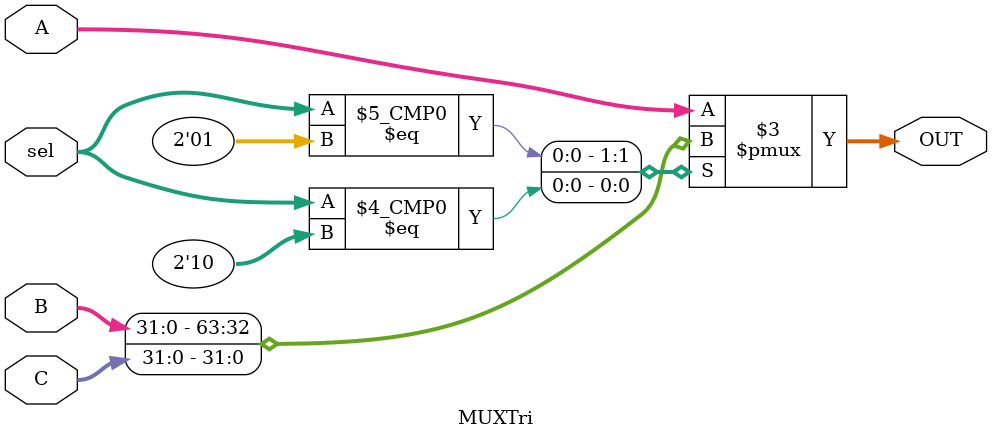
<source format=sv>
module MUXTri (
    input logic  [31:0] A, B, C,
    input logic  [1:0]  sel,
    output logic [31:0] OUT
);
    
    always_comb begin
        case (sel)
            2'b01:   OUT = B;
            2'b10:   OUT = C;
            default: OUT = A;
        endcase
    end

endmodule

</source>
